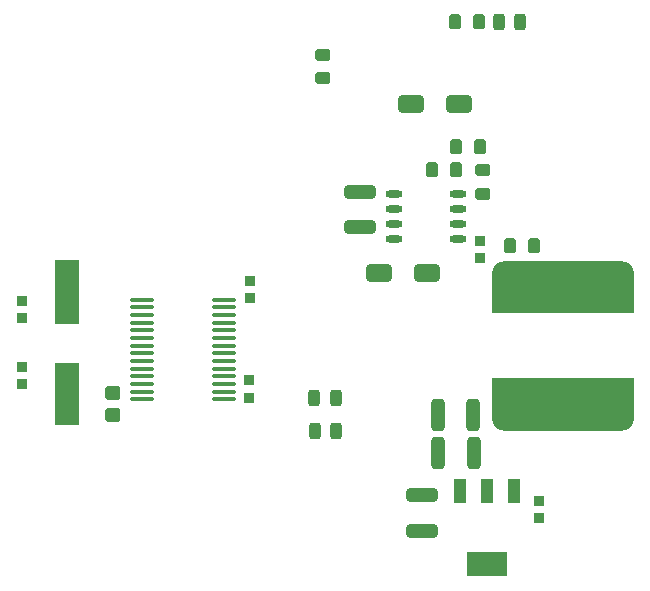
<source format=gtp>
G04*
G04 #@! TF.GenerationSoftware,Altium Limited,Altium Designer,21.8.1 (53)*
G04*
G04 Layer_Color=8421504*
%FSLAX25Y25*%
%MOIN*%
G70*
G04*
G04 #@! TF.SameCoordinates,4A88703C-FF3E-4B1E-BF10-83D339521CC7*
G04*
G04*
G04 #@! TF.FilePolarity,Positive*
G04*
G01*
G75*
G04:AMPARAMS|DCode=18|XSize=50mil|YSize=45.28mil|CornerRadius=6.79mil|HoleSize=0mil|Usage=FLASHONLY|Rotation=180.000|XOffset=0mil|YOffset=0mil|HoleType=Round|Shape=RoundedRectangle|*
%AMROUNDEDRECTD18*
21,1,0.05000,0.03169,0,0,180.0*
21,1,0.03642,0.04528,0,0,180.0*
1,1,0.01358,-0.01821,0.01585*
1,1,0.01358,0.01821,0.01585*
1,1,0.01358,0.01821,-0.01585*
1,1,0.01358,-0.01821,-0.01585*
%
%ADD18ROUNDEDRECTD18*%
%ADD19O,0.08268X0.01378*%
G04:AMPARAMS|DCode=20|XSize=106.3mil|YSize=45.28mil|CornerRadius=11.32mil|HoleSize=0mil|Usage=FLASHONLY|Rotation=90.000|XOffset=0mil|YOffset=0mil|HoleType=Round|Shape=RoundedRectangle|*
%AMROUNDEDRECTD20*
21,1,0.10630,0.02264,0,0,90.0*
21,1,0.08366,0.04528,0,0,90.0*
1,1,0.02264,0.01132,0.04183*
1,1,0.02264,0.01132,-0.04183*
1,1,0.02264,-0.01132,-0.04183*
1,1,0.02264,-0.01132,0.04183*
%
%ADD20ROUNDEDRECTD20*%
%ADD21O,0.05709X0.02362*%
G04:AMPARAMS|DCode=22|XSize=50mil|YSize=37.4mil|CornerRadius=5.61mil|HoleSize=0mil|Usage=FLASHONLY|Rotation=90.000|XOffset=0mil|YOffset=0mil|HoleType=Round|Shape=RoundedRectangle|*
%AMROUNDEDRECTD22*
21,1,0.05000,0.02618,0,0,90.0*
21,1,0.03878,0.03740,0,0,90.0*
1,1,0.01122,0.01309,0.01939*
1,1,0.01122,0.01309,-0.01939*
1,1,0.01122,-0.01309,-0.01939*
1,1,0.01122,-0.01309,0.01939*
%
%ADD22ROUNDEDRECTD22*%
G04:AMPARAMS|DCode=23|XSize=50mil|YSize=37.4mil|CornerRadius=5.61mil|HoleSize=0mil|Usage=FLASHONLY|Rotation=0.000|XOffset=0mil|YOffset=0mil|HoleType=Round|Shape=RoundedRectangle|*
%AMROUNDEDRECTD23*
21,1,0.05000,0.02618,0,0,0.0*
21,1,0.03878,0.03740,0,0,0.0*
1,1,0.01122,0.01939,-0.01309*
1,1,0.01122,-0.01939,-0.01309*
1,1,0.01122,-0.01939,0.01309*
1,1,0.01122,0.01939,0.01309*
%
%ADD23ROUNDEDRECTD23*%
G04:AMPARAMS|DCode=24|XSize=35.43mil|YSize=35.43mil|CornerRadius=5.32mil|HoleSize=0mil|Usage=FLASHONLY|Rotation=180.000|XOffset=0mil|YOffset=0mil|HoleType=Round|Shape=RoundedRectangle|*
%AMROUNDEDRECTD24*
21,1,0.03543,0.02480,0,0,180.0*
21,1,0.02480,0.03543,0,0,180.0*
1,1,0.01063,-0.01240,0.01240*
1,1,0.01063,0.01240,0.01240*
1,1,0.01063,0.01240,-0.01240*
1,1,0.01063,-0.01240,-0.01240*
%
%ADD24ROUNDEDRECTD24*%
G04:AMPARAMS|DCode=25|XSize=86.61mil|YSize=61.02mil|CornerRadius=15.26mil|HoleSize=0mil|Usage=FLASHONLY|Rotation=0.000|XOffset=0mil|YOffset=0mil|HoleType=Round|Shape=RoundedRectangle|*
%AMROUNDEDRECTD25*
21,1,0.08661,0.03051,0,0,0.0*
21,1,0.05610,0.06102,0,0,0.0*
1,1,0.03051,0.02805,-0.01526*
1,1,0.03051,-0.02805,-0.01526*
1,1,0.03051,-0.02805,0.01526*
1,1,0.03051,0.02805,0.01526*
%
%ADD25ROUNDEDRECTD25*%
G04:AMPARAMS|DCode=26|XSize=106.3mil|YSize=45.28mil|CornerRadius=11.32mil|HoleSize=0mil|Usage=FLASHONLY|Rotation=0.000|XOffset=0mil|YOffset=0mil|HoleType=Round|Shape=RoundedRectangle|*
%AMROUNDEDRECTD26*
21,1,0.10630,0.02264,0,0,0.0*
21,1,0.08366,0.04528,0,0,0.0*
1,1,0.02264,0.04183,-0.01132*
1,1,0.02264,-0.04183,-0.01132*
1,1,0.02264,-0.04183,0.01132*
1,1,0.02264,0.04183,0.01132*
%
%ADD26ROUNDEDRECTD26*%
G04:AMPARAMS|DCode=27|XSize=55.12mil|YSize=39.37mil|CornerRadius=9.84mil|HoleSize=0mil|Usage=FLASHONLY|Rotation=270.000|XOffset=0mil|YOffset=0mil|HoleType=Round|Shape=RoundedRectangle|*
%AMROUNDEDRECTD27*
21,1,0.05512,0.01968,0,0,270.0*
21,1,0.03543,0.03937,0,0,270.0*
1,1,0.01968,-0.00984,-0.01772*
1,1,0.01968,-0.00984,0.01772*
1,1,0.01968,0.00984,0.01772*
1,1,0.01968,0.00984,-0.01772*
%
%ADD27ROUNDEDRECTD27*%
%ADD28R,0.04331X0.08465*%
%ADD29R,0.04331X0.08465*%
%ADD30R,0.13780X0.08465*%
%ADD31R,0.08000X0.21000*%
%ADD32R,0.08000X0.21500*%
%ADD33R,0.47244X0.07500*%
G04:AMPARAMS|DCode=34|XSize=472.44mil|YSize=157.48mil|CornerRadius=39.37mil|HoleSize=0mil|Usage=FLASHONLY|Rotation=0.000|XOffset=0mil|YOffset=0mil|HoleType=Round|Shape=RoundedRectangle|*
%AMROUNDEDRECTD34*
21,1,0.47244,0.07874,0,0,0.0*
21,1,0.39370,0.15748,0,0,0.0*
1,1,0.07874,0.19685,-0.03937*
1,1,0.07874,-0.19685,-0.03937*
1,1,0.07874,-0.19685,0.03937*
1,1,0.07874,0.19685,0.03937*
%
%ADD34ROUNDEDRECTD34*%
D18*
X177559Y183465D02*
D03*
Y190551D02*
D03*
D19*
X214513Y188514D02*
D03*
Y191073D02*
D03*
Y193632D02*
D03*
Y196191D02*
D03*
Y198750D02*
D03*
Y201309D02*
D03*
Y203869D02*
D03*
Y206428D02*
D03*
Y208987D02*
D03*
Y211546D02*
D03*
Y214105D02*
D03*
Y216664D02*
D03*
Y219223D02*
D03*
Y221782D02*
D03*
X187347Y188514D02*
D03*
Y191073D02*
D03*
Y193632D02*
D03*
Y196191D02*
D03*
Y198750D02*
D03*
Y201309D02*
D03*
Y203869D02*
D03*
Y206428D02*
D03*
Y208987D02*
D03*
Y211546D02*
D03*
Y214105D02*
D03*
Y216664D02*
D03*
Y219223D02*
D03*
Y221782D02*
D03*
D20*
X285995Y170712D02*
D03*
X297806D02*
D03*
X285895Y183212D02*
D03*
X297706D02*
D03*
D21*
X271272Y257000D02*
D03*
Y252000D02*
D03*
Y247000D02*
D03*
Y242000D02*
D03*
X292728Y257000D02*
D03*
Y252000D02*
D03*
Y247000D02*
D03*
Y242000D02*
D03*
D22*
X299937Y272500D02*
D03*
X292063D02*
D03*
X291937Y265000D02*
D03*
X284063D02*
D03*
X317937Y239500D02*
D03*
X310063D02*
D03*
X291605Y314273D02*
D03*
X299480D02*
D03*
D23*
X301000Y257063D02*
D03*
Y264937D02*
D03*
X247600Y303437D02*
D03*
Y295563D02*
D03*
D24*
X300000Y235500D02*
D03*
Y241406D02*
D03*
X223228Y228150D02*
D03*
Y222244D02*
D03*
X319600Y154753D02*
D03*
Y148847D02*
D03*
X147244Y193504D02*
D03*
Y199409D02*
D03*
Y221457D02*
D03*
Y215551D02*
D03*
X222835Y188976D02*
D03*
Y194882D02*
D03*
D25*
X266129Y230500D02*
D03*
X282271D02*
D03*
X276929Y287000D02*
D03*
X293071D02*
D03*
D26*
X260012Y257805D02*
D03*
Y245994D02*
D03*
X280512Y156505D02*
D03*
Y144694D02*
D03*
D27*
X306299Y314173D02*
D03*
X313386D02*
D03*
X251874Y178000D02*
D03*
X244787D02*
D03*
X251774Y189000D02*
D03*
X244687D02*
D03*
D28*
X311255Y158005D02*
D03*
X293145D02*
D03*
D29*
X302200D02*
D03*
D30*
X302200Y133595D02*
D03*
D31*
X162398Y190480D02*
D03*
D32*
Y224480D02*
D03*
D33*
X327500Y220900D02*
D03*
Y192100D02*
D03*
D34*
Y186000D02*
D03*
Y226700D02*
D03*
M02*

</source>
